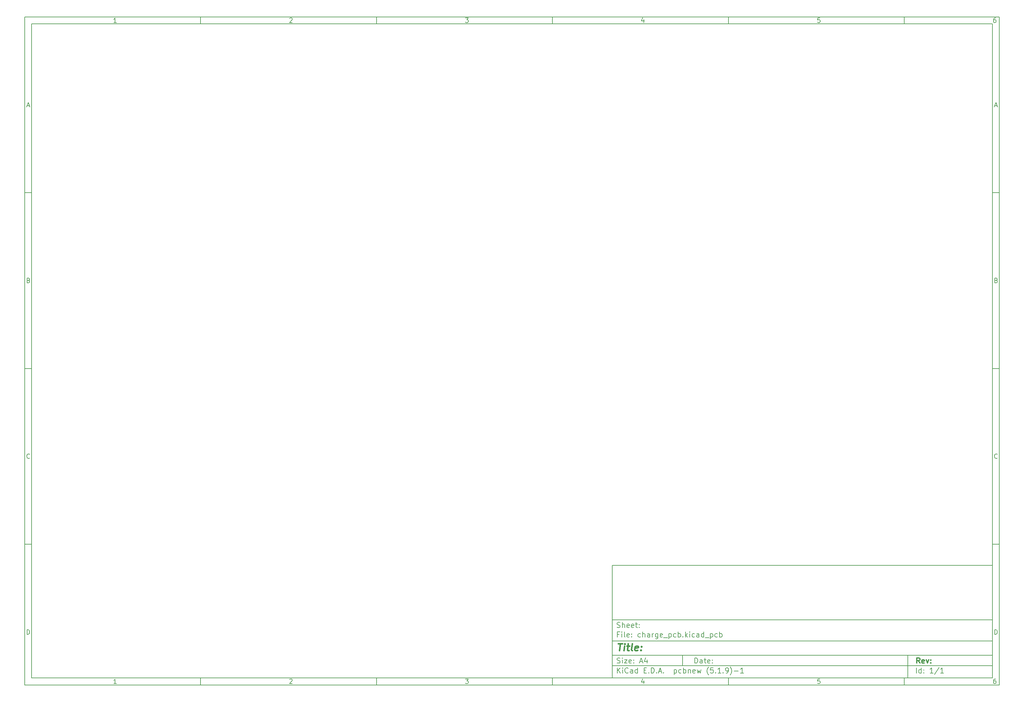
<source format=gbr>
%TF.GenerationSoftware,KiCad,Pcbnew,(5.1.9)-1*%
%TF.CreationDate,2021-04-13T21:26:07+02:00*%
%TF.ProjectId,charge_pcb,63686172-6765-45f7-9063-622e6b696361,rev?*%
%TF.SameCoordinates,Original*%
%TF.FileFunction,Legend,Bot*%
%TF.FilePolarity,Positive*%
%FSLAX46Y46*%
G04 Gerber Fmt 4.6, Leading zero omitted, Abs format (unit mm)*
G04 Created by KiCad (PCBNEW (5.1.9)-1) date 2021-04-13 21:26:07*
%MOMM*%
%LPD*%
G01*
G04 APERTURE LIST*
%ADD10C,0.100000*%
%ADD11C,0.150000*%
%ADD12C,0.300000*%
%ADD13C,0.400000*%
G04 APERTURE END LIST*
D10*
D11*
X177002200Y-166007200D02*
X177002200Y-198007200D01*
X285002200Y-198007200D01*
X285002200Y-166007200D01*
X177002200Y-166007200D01*
D10*
D11*
X10000000Y-10000000D02*
X10000000Y-200007200D01*
X287002200Y-200007200D01*
X287002200Y-10000000D01*
X10000000Y-10000000D01*
D10*
D11*
X12000000Y-12000000D02*
X12000000Y-198007200D01*
X285002200Y-198007200D01*
X285002200Y-12000000D01*
X12000000Y-12000000D01*
D10*
D11*
X60000000Y-12000000D02*
X60000000Y-10000000D01*
D10*
D11*
X110000000Y-12000000D02*
X110000000Y-10000000D01*
D10*
D11*
X160000000Y-12000000D02*
X160000000Y-10000000D01*
D10*
D11*
X210000000Y-12000000D02*
X210000000Y-10000000D01*
D10*
D11*
X260000000Y-12000000D02*
X260000000Y-10000000D01*
D10*
D11*
X36065476Y-11588095D02*
X35322619Y-11588095D01*
X35694047Y-11588095D02*
X35694047Y-10288095D01*
X35570238Y-10473809D01*
X35446428Y-10597619D01*
X35322619Y-10659523D01*
D10*
D11*
X85322619Y-10411904D02*
X85384523Y-10350000D01*
X85508333Y-10288095D01*
X85817857Y-10288095D01*
X85941666Y-10350000D01*
X86003571Y-10411904D01*
X86065476Y-10535714D01*
X86065476Y-10659523D01*
X86003571Y-10845238D01*
X85260714Y-11588095D01*
X86065476Y-11588095D01*
D10*
D11*
X135260714Y-10288095D02*
X136065476Y-10288095D01*
X135632142Y-10783333D01*
X135817857Y-10783333D01*
X135941666Y-10845238D01*
X136003571Y-10907142D01*
X136065476Y-11030952D01*
X136065476Y-11340476D01*
X136003571Y-11464285D01*
X135941666Y-11526190D01*
X135817857Y-11588095D01*
X135446428Y-11588095D01*
X135322619Y-11526190D01*
X135260714Y-11464285D01*
D10*
D11*
X185941666Y-10721428D02*
X185941666Y-11588095D01*
X185632142Y-10226190D02*
X185322619Y-11154761D01*
X186127380Y-11154761D01*
D10*
D11*
X236003571Y-10288095D02*
X235384523Y-10288095D01*
X235322619Y-10907142D01*
X235384523Y-10845238D01*
X235508333Y-10783333D01*
X235817857Y-10783333D01*
X235941666Y-10845238D01*
X236003571Y-10907142D01*
X236065476Y-11030952D01*
X236065476Y-11340476D01*
X236003571Y-11464285D01*
X235941666Y-11526190D01*
X235817857Y-11588095D01*
X235508333Y-11588095D01*
X235384523Y-11526190D01*
X235322619Y-11464285D01*
D10*
D11*
X285941666Y-10288095D02*
X285694047Y-10288095D01*
X285570238Y-10350000D01*
X285508333Y-10411904D01*
X285384523Y-10597619D01*
X285322619Y-10845238D01*
X285322619Y-11340476D01*
X285384523Y-11464285D01*
X285446428Y-11526190D01*
X285570238Y-11588095D01*
X285817857Y-11588095D01*
X285941666Y-11526190D01*
X286003571Y-11464285D01*
X286065476Y-11340476D01*
X286065476Y-11030952D01*
X286003571Y-10907142D01*
X285941666Y-10845238D01*
X285817857Y-10783333D01*
X285570238Y-10783333D01*
X285446428Y-10845238D01*
X285384523Y-10907142D01*
X285322619Y-11030952D01*
D10*
D11*
X60000000Y-198007200D02*
X60000000Y-200007200D01*
D10*
D11*
X110000000Y-198007200D02*
X110000000Y-200007200D01*
D10*
D11*
X160000000Y-198007200D02*
X160000000Y-200007200D01*
D10*
D11*
X210000000Y-198007200D02*
X210000000Y-200007200D01*
D10*
D11*
X260000000Y-198007200D02*
X260000000Y-200007200D01*
D10*
D11*
X36065476Y-199595295D02*
X35322619Y-199595295D01*
X35694047Y-199595295D02*
X35694047Y-198295295D01*
X35570238Y-198481009D01*
X35446428Y-198604819D01*
X35322619Y-198666723D01*
D10*
D11*
X85322619Y-198419104D02*
X85384523Y-198357200D01*
X85508333Y-198295295D01*
X85817857Y-198295295D01*
X85941666Y-198357200D01*
X86003571Y-198419104D01*
X86065476Y-198542914D01*
X86065476Y-198666723D01*
X86003571Y-198852438D01*
X85260714Y-199595295D01*
X86065476Y-199595295D01*
D10*
D11*
X135260714Y-198295295D02*
X136065476Y-198295295D01*
X135632142Y-198790533D01*
X135817857Y-198790533D01*
X135941666Y-198852438D01*
X136003571Y-198914342D01*
X136065476Y-199038152D01*
X136065476Y-199347676D01*
X136003571Y-199471485D01*
X135941666Y-199533390D01*
X135817857Y-199595295D01*
X135446428Y-199595295D01*
X135322619Y-199533390D01*
X135260714Y-199471485D01*
D10*
D11*
X185941666Y-198728628D02*
X185941666Y-199595295D01*
X185632142Y-198233390D02*
X185322619Y-199161961D01*
X186127380Y-199161961D01*
D10*
D11*
X236003571Y-198295295D02*
X235384523Y-198295295D01*
X235322619Y-198914342D01*
X235384523Y-198852438D01*
X235508333Y-198790533D01*
X235817857Y-198790533D01*
X235941666Y-198852438D01*
X236003571Y-198914342D01*
X236065476Y-199038152D01*
X236065476Y-199347676D01*
X236003571Y-199471485D01*
X235941666Y-199533390D01*
X235817857Y-199595295D01*
X235508333Y-199595295D01*
X235384523Y-199533390D01*
X235322619Y-199471485D01*
D10*
D11*
X285941666Y-198295295D02*
X285694047Y-198295295D01*
X285570238Y-198357200D01*
X285508333Y-198419104D01*
X285384523Y-198604819D01*
X285322619Y-198852438D01*
X285322619Y-199347676D01*
X285384523Y-199471485D01*
X285446428Y-199533390D01*
X285570238Y-199595295D01*
X285817857Y-199595295D01*
X285941666Y-199533390D01*
X286003571Y-199471485D01*
X286065476Y-199347676D01*
X286065476Y-199038152D01*
X286003571Y-198914342D01*
X285941666Y-198852438D01*
X285817857Y-198790533D01*
X285570238Y-198790533D01*
X285446428Y-198852438D01*
X285384523Y-198914342D01*
X285322619Y-199038152D01*
D10*
D11*
X10000000Y-60000000D02*
X12000000Y-60000000D01*
D10*
D11*
X10000000Y-110000000D02*
X12000000Y-110000000D01*
D10*
D11*
X10000000Y-160000000D02*
X12000000Y-160000000D01*
D10*
D11*
X10690476Y-35216666D02*
X11309523Y-35216666D01*
X10566666Y-35588095D02*
X11000000Y-34288095D01*
X11433333Y-35588095D01*
D10*
D11*
X11092857Y-84907142D02*
X11278571Y-84969047D01*
X11340476Y-85030952D01*
X11402380Y-85154761D01*
X11402380Y-85340476D01*
X11340476Y-85464285D01*
X11278571Y-85526190D01*
X11154761Y-85588095D01*
X10659523Y-85588095D01*
X10659523Y-84288095D01*
X11092857Y-84288095D01*
X11216666Y-84350000D01*
X11278571Y-84411904D01*
X11340476Y-84535714D01*
X11340476Y-84659523D01*
X11278571Y-84783333D01*
X11216666Y-84845238D01*
X11092857Y-84907142D01*
X10659523Y-84907142D01*
D10*
D11*
X11402380Y-135464285D02*
X11340476Y-135526190D01*
X11154761Y-135588095D01*
X11030952Y-135588095D01*
X10845238Y-135526190D01*
X10721428Y-135402380D01*
X10659523Y-135278571D01*
X10597619Y-135030952D01*
X10597619Y-134845238D01*
X10659523Y-134597619D01*
X10721428Y-134473809D01*
X10845238Y-134350000D01*
X11030952Y-134288095D01*
X11154761Y-134288095D01*
X11340476Y-134350000D01*
X11402380Y-134411904D01*
D10*
D11*
X10659523Y-185588095D02*
X10659523Y-184288095D01*
X10969047Y-184288095D01*
X11154761Y-184350000D01*
X11278571Y-184473809D01*
X11340476Y-184597619D01*
X11402380Y-184845238D01*
X11402380Y-185030952D01*
X11340476Y-185278571D01*
X11278571Y-185402380D01*
X11154761Y-185526190D01*
X10969047Y-185588095D01*
X10659523Y-185588095D01*
D10*
D11*
X287002200Y-60000000D02*
X285002200Y-60000000D01*
D10*
D11*
X287002200Y-110000000D02*
X285002200Y-110000000D01*
D10*
D11*
X287002200Y-160000000D02*
X285002200Y-160000000D01*
D10*
D11*
X285692676Y-35216666D02*
X286311723Y-35216666D01*
X285568866Y-35588095D02*
X286002200Y-34288095D01*
X286435533Y-35588095D01*
D10*
D11*
X286095057Y-84907142D02*
X286280771Y-84969047D01*
X286342676Y-85030952D01*
X286404580Y-85154761D01*
X286404580Y-85340476D01*
X286342676Y-85464285D01*
X286280771Y-85526190D01*
X286156961Y-85588095D01*
X285661723Y-85588095D01*
X285661723Y-84288095D01*
X286095057Y-84288095D01*
X286218866Y-84350000D01*
X286280771Y-84411904D01*
X286342676Y-84535714D01*
X286342676Y-84659523D01*
X286280771Y-84783333D01*
X286218866Y-84845238D01*
X286095057Y-84907142D01*
X285661723Y-84907142D01*
D10*
D11*
X286404580Y-135464285D02*
X286342676Y-135526190D01*
X286156961Y-135588095D01*
X286033152Y-135588095D01*
X285847438Y-135526190D01*
X285723628Y-135402380D01*
X285661723Y-135278571D01*
X285599819Y-135030952D01*
X285599819Y-134845238D01*
X285661723Y-134597619D01*
X285723628Y-134473809D01*
X285847438Y-134350000D01*
X286033152Y-134288095D01*
X286156961Y-134288095D01*
X286342676Y-134350000D01*
X286404580Y-134411904D01*
D10*
D11*
X285661723Y-185588095D02*
X285661723Y-184288095D01*
X285971247Y-184288095D01*
X286156961Y-184350000D01*
X286280771Y-184473809D01*
X286342676Y-184597619D01*
X286404580Y-184845238D01*
X286404580Y-185030952D01*
X286342676Y-185278571D01*
X286280771Y-185402380D01*
X286156961Y-185526190D01*
X285971247Y-185588095D01*
X285661723Y-185588095D01*
D10*
D11*
X200434342Y-193785771D02*
X200434342Y-192285771D01*
X200791485Y-192285771D01*
X201005771Y-192357200D01*
X201148628Y-192500057D01*
X201220057Y-192642914D01*
X201291485Y-192928628D01*
X201291485Y-193142914D01*
X201220057Y-193428628D01*
X201148628Y-193571485D01*
X201005771Y-193714342D01*
X200791485Y-193785771D01*
X200434342Y-193785771D01*
X202577200Y-193785771D02*
X202577200Y-193000057D01*
X202505771Y-192857200D01*
X202362914Y-192785771D01*
X202077200Y-192785771D01*
X201934342Y-192857200D01*
X202577200Y-193714342D02*
X202434342Y-193785771D01*
X202077200Y-193785771D01*
X201934342Y-193714342D01*
X201862914Y-193571485D01*
X201862914Y-193428628D01*
X201934342Y-193285771D01*
X202077200Y-193214342D01*
X202434342Y-193214342D01*
X202577200Y-193142914D01*
X203077200Y-192785771D02*
X203648628Y-192785771D01*
X203291485Y-192285771D02*
X203291485Y-193571485D01*
X203362914Y-193714342D01*
X203505771Y-193785771D01*
X203648628Y-193785771D01*
X204720057Y-193714342D02*
X204577200Y-193785771D01*
X204291485Y-193785771D01*
X204148628Y-193714342D01*
X204077200Y-193571485D01*
X204077200Y-193000057D01*
X204148628Y-192857200D01*
X204291485Y-192785771D01*
X204577200Y-192785771D01*
X204720057Y-192857200D01*
X204791485Y-193000057D01*
X204791485Y-193142914D01*
X204077200Y-193285771D01*
X205434342Y-193642914D02*
X205505771Y-193714342D01*
X205434342Y-193785771D01*
X205362914Y-193714342D01*
X205434342Y-193642914D01*
X205434342Y-193785771D01*
X205434342Y-192857200D02*
X205505771Y-192928628D01*
X205434342Y-193000057D01*
X205362914Y-192928628D01*
X205434342Y-192857200D01*
X205434342Y-193000057D01*
D10*
D11*
X177002200Y-194507200D02*
X285002200Y-194507200D01*
D10*
D11*
X178434342Y-196585771D02*
X178434342Y-195085771D01*
X179291485Y-196585771D02*
X178648628Y-195728628D01*
X179291485Y-195085771D02*
X178434342Y-195942914D01*
X179934342Y-196585771D02*
X179934342Y-195585771D01*
X179934342Y-195085771D02*
X179862914Y-195157200D01*
X179934342Y-195228628D01*
X180005771Y-195157200D01*
X179934342Y-195085771D01*
X179934342Y-195228628D01*
X181505771Y-196442914D02*
X181434342Y-196514342D01*
X181220057Y-196585771D01*
X181077200Y-196585771D01*
X180862914Y-196514342D01*
X180720057Y-196371485D01*
X180648628Y-196228628D01*
X180577200Y-195942914D01*
X180577200Y-195728628D01*
X180648628Y-195442914D01*
X180720057Y-195300057D01*
X180862914Y-195157200D01*
X181077200Y-195085771D01*
X181220057Y-195085771D01*
X181434342Y-195157200D01*
X181505771Y-195228628D01*
X182791485Y-196585771D02*
X182791485Y-195800057D01*
X182720057Y-195657200D01*
X182577200Y-195585771D01*
X182291485Y-195585771D01*
X182148628Y-195657200D01*
X182791485Y-196514342D02*
X182648628Y-196585771D01*
X182291485Y-196585771D01*
X182148628Y-196514342D01*
X182077200Y-196371485D01*
X182077200Y-196228628D01*
X182148628Y-196085771D01*
X182291485Y-196014342D01*
X182648628Y-196014342D01*
X182791485Y-195942914D01*
X184148628Y-196585771D02*
X184148628Y-195085771D01*
X184148628Y-196514342D02*
X184005771Y-196585771D01*
X183720057Y-196585771D01*
X183577200Y-196514342D01*
X183505771Y-196442914D01*
X183434342Y-196300057D01*
X183434342Y-195871485D01*
X183505771Y-195728628D01*
X183577200Y-195657200D01*
X183720057Y-195585771D01*
X184005771Y-195585771D01*
X184148628Y-195657200D01*
X186005771Y-195800057D02*
X186505771Y-195800057D01*
X186720057Y-196585771D02*
X186005771Y-196585771D01*
X186005771Y-195085771D01*
X186720057Y-195085771D01*
X187362914Y-196442914D02*
X187434342Y-196514342D01*
X187362914Y-196585771D01*
X187291485Y-196514342D01*
X187362914Y-196442914D01*
X187362914Y-196585771D01*
X188077200Y-196585771D02*
X188077200Y-195085771D01*
X188434342Y-195085771D01*
X188648628Y-195157200D01*
X188791485Y-195300057D01*
X188862914Y-195442914D01*
X188934342Y-195728628D01*
X188934342Y-195942914D01*
X188862914Y-196228628D01*
X188791485Y-196371485D01*
X188648628Y-196514342D01*
X188434342Y-196585771D01*
X188077200Y-196585771D01*
X189577200Y-196442914D02*
X189648628Y-196514342D01*
X189577200Y-196585771D01*
X189505771Y-196514342D01*
X189577200Y-196442914D01*
X189577200Y-196585771D01*
X190220057Y-196157200D02*
X190934342Y-196157200D01*
X190077200Y-196585771D02*
X190577200Y-195085771D01*
X191077200Y-196585771D01*
X191577200Y-196442914D02*
X191648628Y-196514342D01*
X191577200Y-196585771D01*
X191505771Y-196514342D01*
X191577200Y-196442914D01*
X191577200Y-196585771D01*
X194577200Y-195585771D02*
X194577200Y-197085771D01*
X194577200Y-195657200D02*
X194720057Y-195585771D01*
X195005771Y-195585771D01*
X195148628Y-195657200D01*
X195220057Y-195728628D01*
X195291485Y-195871485D01*
X195291485Y-196300057D01*
X195220057Y-196442914D01*
X195148628Y-196514342D01*
X195005771Y-196585771D01*
X194720057Y-196585771D01*
X194577200Y-196514342D01*
X196577200Y-196514342D02*
X196434342Y-196585771D01*
X196148628Y-196585771D01*
X196005771Y-196514342D01*
X195934342Y-196442914D01*
X195862914Y-196300057D01*
X195862914Y-195871485D01*
X195934342Y-195728628D01*
X196005771Y-195657200D01*
X196148628Y-195585771D01*
X196434342Y-195585771D01*
X196577200Y-195657200D01*
X197220057Y-196585771D02*
X197220057Y-195085771D01*
X197220057Y-195657200D02*
X197362914Y-195585771D01*
X197648628Y-195585771D01*
X197791485Y-195657200D01*
X197862914Y-195728628D01*
X197934342Y-195871485D01*
X197934342Y-196300057D01*
X197862914Y-196442914D01*
X197791485Y-196514342D01*
X197648628Y-196585771D01*
X197362914Y-196585771D01*
X197220057Y-196514342D01*
X198577200Y-195585771D02*
X198577200Y-196585771D01*
X198577200Y-195728628D02*
X198648628Y-195657200D01*
X198791485Y-195585771D01*
X199005771Y-195585771D01*
X199148628Y-195657200D01*
X199220057Y-195800057D01*
X199220057Y-196585771D01*
X200505771Y-196514342D02*
X200362914Y-196585771D01*
X200077200Y-196585771D01*
X199934342Y-196514342D01*
X199862914Y-196371485D01*
X199862914Y-195800057D01*
X199934342Y-195657200D01*
X200077200Y-195585771D01*
X200362914Y-195585771D01*
X200505771Y-195657200D01*
X200577200Y-195800057D01*
X200577200Y-195942914D01*
X199862914Y-196085771D01*
X201077200Y-195585771D02*
X201362914Y-196585771D01*
X201648628Y-195871485D01*
X201934342Y-196585771D01*
X202220057Y-195585771D01*
X204362914Y-197157200D02*
X204291485Y-197085771D01*
X204148628Y-196871485D01*
X204077200Y-196728628D01*
X204005771Y-196514342D01*
X203934342Y-196157200D01*
X203934342Y-195871485D01*
X204005771Y-195514342D01*
X204077200Y-195300057D01*
X204148628Y-195157200D01*
X204291485Y-194942914D01*
X204362914Y-194871485D01*
X205648628Y-195085771D02*
X204934342Y-195085771D01*
X204862914Y-195800057D01*
X204934342Y-195728628D01*
X205077200Y-195657200D01*
X205434342Y-195657200D01*
X205577200Y-195728628D01*
X205648628Y-195800057D01*
X205720057Y-195942914D01*
X205720057Y-196300057D01*
X205648628Y-196442914D01*
X205577200Y-196514342D01*
X205434342Y-196585771D01*
X205077200Y-196585771D01*
X204934342Y-196514342D01*
X204862914Y-196442914D01*
X206362914Y-196442914D02*
X206434342Y-196514342D01*
X206362914Y-196585771D01*
X206291485Y-196514342D01*
X206362914Y-196442914D01*
X206362914Y-196585771D01*
X207862914Y-196585771D02*
X207005771Y-196585771D01*
X207434342Y-196585771D02*
X207434342Y-195085771D01*
X207291485Y-195300057D01*
X207148628Y-195442914D01*
X207005771Y-195514342D01*
X208505771Y-196442914D02*
X208577200Y-196514342D01*
X208505771Y-196585771D01*
X208434342Y-196514342D01*
X208505771Y-196442914D01*
X208505771Y-196585771D01*
X209291485Y-196585771D02*
X209577200Y-196585771D01*
X209720057Y-196514342D01*
X209791485Y-196442914D01*
X209934342Y-196228628D01*
X210005771Y-195942914D01*
X210005771Y-195371485D01*
X209934342Y-195228628D01*
X209862914Y-195157200D01*
X209720057Y-195085771D01*
X209434342Y-195085771D01*
X209291485Y-195157200D01*
X209220057Y-195228628D01*
X209148628Y-195371485D01*
X209148628Y-195728628D01*
X209220057Y-195871485D01*
X209291485Y-195942914D01*
X209434342Y-196014342D01*
X209720057Y-196014342D01*
X209862914Y-195942914D01*
X209934342Y-195871485D01*
X210005771Y-195728628D01*
X210505771Y-197157200D02*
X210577200Y-197085771D01*
X210720057Y-196871485D01*
X210791485Y-196728628D01*
X210862914Y-196514342D01*
X210934342Y-196157200D01*
X210934342Y-195871485D01*
X210862914Y-195514342D01*
X210791485Y-195300057D01*
X210720057Y-195157200D01*
X210577200Y-194942914D01*
X210505771Y-194871485D01*
X211648628Y-196014342D02*
X212791485Y-196014342D01*
X214291485Y-196585771D02*
X213434342Y-196585771D01*
X213862914Y-196585771D02*
X213862914Y-195085771D01*
X213720057Y-195300057D01*
X213577200Y-195442914D01*
X213434342Y-195514342D01*
D10*
D11*
X177002200Y-191507200D02*
X285002200Y-191507200D01*
D10*
D12*
X264411485Y-193785771D02*
X263911485Y-193071485D01*
X263554342Y-193785771D02*
X263554342Y-192285771D01*
X264125771Y-192285771D01*
X264268628Y-192357200D01*
X264340057Y-192428628D01*
X264411485Y-192571485D01*
X264411485Y-192785771D01*
X264340057Y-192928628D01*
X264268628Y-193000057D01*
X264125771Y-193071485D01*
X263554342Y-193071485D01*
X265625771Y-193714342D02*
X265482914Y-193785771D01*
X265197200Y-193785771D01*
X265054342Y-193714342D01*
X264982914Y-193571485D01*
X264982914Y-193000057D01*
X265054342Y-192857200D01*
X265197200Y-192785771D01*
X265482914Y-192785771D01*
X265625771Y-192857200D01*
X265697200Y-193000057D01*
X265697200Y-193142914D01*
X264982914Y-193285771D01*
X266197200Y-192785771D02*
X266554342Y-193785771D01*
X266911485Y-192785771D01*
X267482914Y-193642914D02*
X267554342Y-193714342D01*
X267482914Y-193785771D01*
X267411485Y-193714342D01*
X267482914Y-193642914D01*
X267482914Y-193785771D01*
X267482914Y-192857200D02*
X267554342Y-192928628D01*
X267482914Y-193000057D01*
X267411485Y-192928628D01*
X267482914Y-192857200D01*
X267482914Y-193000057D01*
D10*
D11*
X178362914Y-193714342D02*
X178577200Y-193785771D01*
X178934342Y-193785771D01*
X179077200Y-193714342D01*
X179148628Y-193642914D01*
X179220057Y-193500057D01*
X179220057Y-193357200D01*
X179148628Y-193214342D01*
X179077200Y-193142914D01*
X178934342Y-193071485D01*
X178648628Y-193000057D01*
X178505771Y-192928628D01*
X178434342Y-192857200D01*
X178362914Y-192714342D01*
X178362914Y-192571485D01*
X178434342Y-192428628D01*
X178505771Y-192357200D01*
X178648628Y-192285771D01*
X179005771Y-192285771D01*
X179220057Y-192357200D01*
X179862914Y-193785771D02*
X179862914Y-192785771D01*
X179862914Y-192285771D02*
X179791485Y-192357200D01*
X179862914Y-192428628D01*
X179934342Y-192357200D01*
X179862914Y-192285771D01*
X179862914Y-192428628D01*
X180434342Y-192785771D02*
X181220057Y-192785771D01*
X180434342Y-193785771D01*
X181220057Y-193785771D01*
X182362914Y-193714342D02*
X182220057Y-193785771D01*
X181934342Y-193785771D01*
X181791485Y-193714342D01*
X181720057Y-193571485D01*
X181720057Y-193000057D01*
X181791485Y-192857200D01*
X181934342Y-192785771D01*
X182220057Y-192785771D01*
X182362914Y-192857200D01*
X182434342Y-193000057D01*
X182434342Y-193142914D01*
X181720057Y-193285771D01*
X183077200Y-193642914D02*
X183148628Y-193714342D01*
X183077200Y-193785771D01*
X183005771Y-193714342D01*
X183077200Y-193642914D01*
X183077200Y-193785771D01*
X183077200Y-192857200D02*
X183148628Y-192928628D01*
X183077200Y-193000057D01*
X183005771Y-192928628D01*
X183077200Y-192857200D01*
X183077200Y-193000057D01*
X184862914Y-193357200D02*
X185577200Y-193357200D01*
X184720057Y-193785771D02*
X185220057Y-192285771D01*
X185720057Y-193785771D01*
X186862914Y-192785771D02*
X186862914Y-193785771D01*
X186505771Y-192214342D02*
X186148628Y-193285771D01*
X187077200Y-193285771D01*
D10*
D11*
X263434342Y-196585771D02*
X263434342Y-195085771D01*
X264791485Y-196585771D02*
X264791485Y-195085771D01*
X264791485Y-196514342D02*
X264648628Y-196585771D01*
X264362914Y-196585771D01*
X264220057Y-196514342D01*
X264148628Y-196442914D01*
X264077200Y-196300057D01*
X264077200Y-195871485D01*
X264148628Y-195728628D01*
X264220057Y-195657200D01*
X264362914Y-195585771D01*
X264648628Y-195585771D01*
X264791485Y-195657200D01*
X265505771Y-196442914D02*
X265577200Y-196514342D01*
X265505771Y-196585771D01*
X265434342Y-196514342D01*
X265505771Y-196442914D01*
X265505771Y-196585771D01*
X265505771Y-195657200D02*
X265577200Y-195728628D01*
X265505771Y-195800057D01*
X265434342Y-195728628D01*
X265505771Y-195657200D01*
X265505771Y-195800057D01*
X268148628Y-196585771D02*
X267291485Y-196585771D01*
X267720057Y-196585771D02*
X267720057Y-195085771D01*
X267577200Y-195300057D01*
X267434342Y-195442914D01*
X267291485Y-195514342D01*
X269862914Y-195014342D02*
X268577200Y-196942914D01*
X271148628Y-196585771D02*
X270291485Y-196585771D01*
X270720057Y-196585771D02*
X270720057Y-195085771D01*
X270577200Y-195300057D01*
X270434342Y-195442914D01*
X270291485Y-195514342D01*
D10*
D11*
X177002200Y-187507200D02*
X285002200Y-187507200D01*
D10*
D13*
X178714580Y-188211961D02*
X179857438Y-188211961D01*
X179036009Y-190211961D02*
X179286009Y-188211961D01*
X180274104Y-190211961D02*
X180440771Y-188878628D01*
X180524104Y-188211961D02*
X180416961Y-188307200D01*
X180500295Y-188402438D01*
X180607438Y-188307200D01*
X180524104Y-188211961D01*
X180500295Y-188402438D01*
X181107438Y-188878628D02*
X181869342Y-188878628D01*
X181476485Y-188211961D02*
X181262200Y-189926247D01*
X181333628Y-190116723D01*
X181512200Y-190211961D01*
X181702676Y-190211961D01*
X182655057Y-190211961D02*
X182476485Y-190116723D01*
X182405057Y-189926247D01*
X182619342Y-188211961D01*
X184190771Y-190116723D02*
X183988390Y-190211961D01*
X183607438Y-190211961D01*
X183428866Y-190116723D01*
X183357438Y-189926247D01*
X183452676Y-189164342D01*
X183571723Y-188973866D01*
X183774104Y-188878628D01*
X184155057Y-188878628D01*
X184333628Y-188973866D01*
X184405057Y-189164342D01*
X184381247Y-189354819D01*
X183405057Y-189545295D01*
X185155057Y-190021485D02*
X185238390Y-190116723D01*
X185131247Y-190211961D01*
X185047914Y-190116723D01*
X185155057Y-190021485D01*
X185131247Y-190211961D01*
X185286009Y-188973866D02*
X185369342Y-189069104D01*
X185262200Y-189164342D01*
X185178866Y-189069104D01*
X185286009Y-188973866D01*
X185262200Y-189164342D01*
D10*
D11*
X178934342Y-185600057D02*
X178434342Y-185600057D01*
X178434342Y-186385771D02*
X178434342Y-184885771D01*
X179148628Y-184885771D01*
X179720057Y-186385771D02*
X179720057Y-185385771D01*
X179720057Y-184885771D02*
X179648628Y-184957200D01*
X179720057Y-185028628D01*
X179791485Y-184957200D01*
X179720057Y-184885771D01*
X179720057Y-185028628D01*
X180648628Y-186385771D02*
X180505771Y-186314342D01*
X180434342Y-186171485D01*
X180434342Y-184885771D01*
X181791485Y-186314342D02*
X181648628Y-186385771D01*
X181362914Y-186385771D01*
X181220057Y-186314342D01*
X181148628Y-186171485D01*
X181148628Y-185600057D01*
X181220057Y-185457200D01*
X181362914Y-185385771D01*
X181648628Y-185385771D01*
X181791485Y-185457200D01*
X181862914Y-185600057D01*
X181862914Y-185742914D01*
X181148628Y-185885771D01*
X182505771Y-186242914D02*
X182577200Y-186314342D01*
X182505771Y-186385771D01*
X182434342Y-186314342D01*
X182505771Y-186242914D01*
X182505771Y-186385771D01*
X182505771Y-185457200D02*
X182577200Y-185528628D01*
X182505771Y-185600057D01*
X182434342Y-185528628D01*
X182505771Y-185457200D01*
X182505771Y-185600057D01*
X185005771Y-186314342D02*
X184862914Y-186385771D01*
X184577200Y-186385771D01*
X184434342Y-186314342D01*
X184362914Y-186242914D01*
X184291485Y-186100057D01*
X184291485Y-185671485D01*
X184362914Y-185528628D01*
X184434342Y-185457200D01*
X184577200Y-185385771D01*
X184862914Y-185385771D01*
X185005771Y-185457200D01*
X185648628Y-186385771D02*
X185648628Y-184885771D01*
X186291485Y-186385771D02*
X186291485Y-185600057D01*
X186220057Y-185457200D01*
X186077200Y-185385771D01*
X185862914Y-185385771D01*
X185720057Y-185457200D01*
X185648628Y-185528628D01*
X187648628Y-186385771D02*
X187648628Y-185600057D01*
X187577200Y-185457200D01*
X187434342Y-185385771D01*
X187148628Y-185385771D01*
X187005771Y-185457200D01*
X187648628Y-186314342D02*
X187505771Y-186385771D01*
X187148628Y-186385771D01*
X187005771Y-186314342D01*
X186934342Y-186171485D01*
X186934342Y-186028628D01*
X187005771Y-185885771D01*
X187148628Y-185814342D01*
X187505771Y-185814342D01*
X187648628Y-185742914D01*
X188362914Y-186385771D02*
X188362914Y-185385771D01*
X188362914Y-185671485D02*
X188434342Y-185528628D01*
X188505771Y-185457200D01*
X188648628Y-185385771D01*
X188791485Y-185385771D01*
X189934342Y-185385771D02*
X189934342Y-186600057D01*
X189862914Y-186742914D01*
X189791485Y-186814342D01*
X189648628Y-186885771D01*
X189434342Y-186885771D01*
X189291485Y-186814342D01*
X189934342Y-186314342D02*
X189791485Y-186385771D01*
X189505771Y-186385771D01*
X189362914Y-186314342D01*
X189291485Y-186242914D01*
X189220057Y-186100057D01*
X189220057Y-185671485D01*
X189291485Y-185528628D01*
X189362914Y-185457200D01*
X189505771Y-185385771D01*
X189791485Y-185385771D01*
X189934342Y-185457200D01*
X191220057Y-186314342D02*
X191077200Y-186385771D01*
X190791485Y-186385771D01*
X190648628Y-186314342D01*
X190577200Y-186171485D01*
X190577200Y-185600057D01*
X190648628Y-185457200D01*
X190791485Y-185385771D01*
X191077200Y-185385771D01*
X191220057Y-185457200D01*
X191291485Y-185600057D01*
X191291485Y-185742914D01*
X190577200Y-185885771D01*
X191577200Y-186528628D02*
X192720057Y-186528628D01*
X193077200Y-185385771D02*
X193077200Y-186885771D01*
X193077200Y-185457200D02*
X193220057Y-185385771D01*
X193505771Y-185385771D01*
X193648628Y-185457200D01*
X193720057Y-185528628D01*
X193791485Y-185671485D01*
X193791485Y-186100057D01*
X193720057Y-186242914D01*
X193648628Y-186314342D01*
X193505771Y-186385771D01*
X193220057Y-186385771D01*
X193077200Y-186314342D01*
X195077200Y-186314342D02*
X194934342Y-186385771D01*
X194648628Y-186385771D01*
X194505771Y-186314342D01*
X194434342Y-186242914D01*
X194362914Y-186100057D01*
X194362914Y-185671485D01*
X194434342Y-185528628D01*
X194505771Y-185457200D01*
X194648628Y-185385771D01*
X194934342Y-185385771D01*
X195077200Y-185457200D01*
X195720057Y-186385771D02*
X195720057Y-184885771D01*
X195720057Y-185457200D02*
X195862914Y-185385771D01*
X196148628Y-185385771D01*
X196291485Y-185457200D01*
X196362914Y-185528628D01*
X196434342Y-185671485D01*
X196434342Y-186100057D01*
X196362914Y-186242914D01*
X196291485Y-186314342D01*
X196148628Y-186385771D01*
X195862914Y-186385771D01*
X195720057Y-186314342D01*
X197077200Y-186242914D02*
X197148628Y-186314342D01*
X197077200Y-186385771D01*
X197005771Y-186314342D01*
X197077200Y-186242914D01*
X197077200Y-186385771D01*
X197791485Y-186385771D02*
X197791485Y-184885771D01*
X197934342Y-185814342D02*
X198362914Y-186385771D01*
X198362914Y-185385771D02*
X197791485Y-185957200D01*
X199005771Y-186385771D02*
X199005771Y-185385771D01*
X199005771Y-184885771D02*
X198934342Y-184957200D01*
X199005771Y-185028628D01*
X199077200Y-184957200D01*
X199005771Y-184885771D01*
X199005771Y-185028628D01*
X200362914Y-186314342D02*
X200220057Y-186385771D01*
X199934342Y-186385771D01*
X199791485Y-186314342D01*
X199720057Y-186242914D01*
X199648628Y-186100057D01*
X199648628Y-185671485D01*
X199720057Y-185528628D01*
X199791485Y-185457200D01*
X199934342Y-185385771D01*
X200220057Y-185385771D01*
X200362914Y-185457200D01*
X201648628Y-186385771D02*
X201648628Y-185600057D01*
X201577200Y-185457200D01*
X201434342Y-185385771D01*
X201148628Y-185385771D01*
X201005771Y-185457200D01*
X201648628Y-186314342D02*
X201505771Y-186385771D01*
X201148628Y-186385771D01*
X201005771Y-186314342D01*
X200934342Y-186171485D01*
X200934342Y-186028628D01*
X201005771Y-185885771D01*
X201148628Y-185814342D01*
X201505771Y-185814342D01*
X201648628Y-185742914D01*
X203005771Y-186385771D02*
X203005771Y-184885771D01*
X203005771Y-186314342D02*
X202862914Y-186385771D01*
X202577200Y-186385771D01*
X202434342Y-186314342D01*
X202362914Y-186242914D01*
X202291485Y-186100057D01*
X202291485Y-185671485D01*
X202362914Y-185528628D01*
X202434342Y-185457200D01*
X202577200Y-185385771D01*
X202862914Y-185385771D01*
X203005771Y-185457200D01*
X203362914Y-186528628D02*
X204505771Y-186528628D01*
X204862914Y-185385771D02*
X204862914Y-186885771D01*
X204862914Y-185457200D02*
X205005771Y-185385771D01*
X205291485Y-185385771D01*
X205434342Y-185457200D01*
X205505771Y-185528628D01*
X205577200Y-185671485D01*
X205577200Y-186100057D01*
X205505771Y-186242914D01*
X205434342Y-186314342D01*
X205291485Y-186385771D01*
X205005771Y-186385771D01*
X204862914Y-186314342D01*
X206862914Y-186314342D02*
X206720057Y-186385771D01*
X206434342Y-186385771D01*
X206291485Y-186314342D01*
X206220057Y-186242914D01*
X206148628Y-186100057D01*
X206148628Y-185671485D01*
X206220057Y-185528628D01*
X206291485Y-185457200D01*
X206434342Y-185385771D01*
X206720057Y-185385771D01*
X206862914Y-185457200D01*
X207505771Y-186385771D02*
X207505771Y-184885771D01*
X207505771Y-185457200D02*
X207648628Y-185385771D01*
X207934342Y-185385771D01*
X208077200Y-185457200D01*
X208148628Y-185528628D01*
X208220057Y-185671485D01*
X208220057Y-186100057D01*
X208148628Y-186242914D01*
X208077200Y-186314342D01*
X207934342Y-186385771D01*
X207648628Y-186385771D01*
X207505771Y-186314342D01*
D10*
D11*
X177002200Y-181507200D02*
X285002200Y-181507200D01*
D10*
D11*
X178362914Y-183614342D02*
X178577200Y-183685771D01*
X178934342Y-183685771D01*
X179077200Y-183614342D01*
X179148628Y-183542914D01*
X179220057Y-183400057D01*
X179220057Y-183257200D01*
X179148628Y-183114342D01*
X179077200Y-183042914D01*
X178934342Y-182971485D01*
X178648628Y-182900057D01*
X178505771Y-182828628D01*
X178434342Y-182757200D01*
X178362914Y-182614342D01*
X178362914Y-182471485D01*
X178434342Y-182328628D01*
X178505771Y-182257200D01*
X178648628Y-182185771D01*
X179005771Y-182185771D01*
X179220057Y-182257200D01*
X179862914Y-183685771D02*
X179862914Y-182185771D01*
X180505771Y-183685771D02*
X180505771Y-182900057D01*
X180434342Y-182757200D01*
X180291485Y-182685771D01*
X180077200Y-182685771D01*
X179934342Y-182757200D01*
X179862914Y-182828628D01*
X181791485Y-183614342D02*
X181648628Y-183685771D01*
X181362914Y-183685771D01*
X181220057Y-183614342D01*
X181148628Y-183471485D01*
X181148628Y-182900057D01*
X181220057Y-182757200D01*
X181362914Y-182685771D01*
X181648628Y-182685771D01*
X181791485Y-182757200D01*
X181862914Y-182900057D01*
X181862914Y-183042914D01*
X181148628Y-183185771D01*
X183077200Y-183614342D02*
X182934342Y-183685771D01*
X182648628Y-183685771D01*
X182505771Y-183614342D01*
X182434342Y-183471485D01*
X182434342Y-182900057D01*
X182505771Y-182757200D01*
X182648628Y-182685771D01*
X182934342Y-182685771D01*
X183077200Y-182757200D01*
X183148628Y-182900057D01*
X183148628Y-183042914D01*
X182434342Y-183185771D01*
X183577200Y-182685771D02*
X184148628Y-182685771D01*
X183791485Y-182185771D02*
X183791485Y-183471485D01*
X183862914Y-183614342D01*
X184005771Y-183685771D01*
X184148628Y-183685771D01*
X184648628Y-183542914D02*
X184720057Y-183614342D01*
X184648628Y-183685771D01*
X184577200Y-183614342D01*
X184648628Y-183542914D01*
X184648628Y-183685771D01*
X184648628Y-182757200D02*
X184720057Y-182828628D01*
X184648628Y-182900057D01*
X184577200Y-182828628D01*
X184648628Y-182757200D01*
X184648628Y-182900057D01*
D10*
D11*
X197002200Y-191507200D02*
X197002200Y-194507200D01*
D10*
D11*
X261002200Y-191507200D02*
X261002200Y-198007200D01*
M02*

</source>
